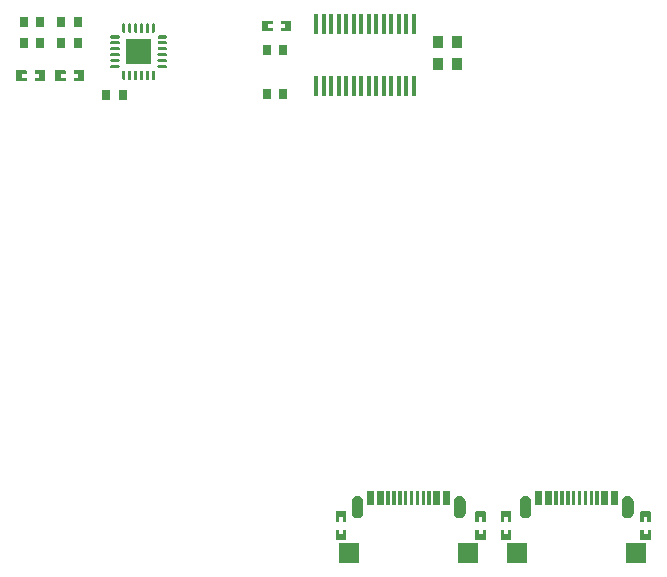
<source format=gtp>
G04 Layer: TopPasteMaskLayer*
G04 EasyEDA v6.5.51, 2025-12-13 04:46:10*
G04 afe304bc349a47aca8f85fda98863c0f,54a2198792e84a5b8b180a78bcbfafa7,10*
G04 Gerber Generator version 0.2*
G04 Scale: 100 percent, Rotated: No, Reflected: No *
G04 Dimensions in inches *
G04 leading zeros omitted , absolute positions ,3 integer and 6 decimal *
%FSLAX36Y36*%
%MOIN*%

%ADD10R,0.0315X0.0354*%
%ADD11R,0.0138X0.0689*%
%ADD12R,0.0354X0.0394*%
%ADD13R,0.0175X0.0394*%

%LPD*%
G36*
X2604360Y-148320D02*
G01*
X2604360Y-215240D01*
X2671300Y-215240D01*
X2671300Y-148320D01*
G37*
G36*
X2208700Y-148320D02*
G01*
X2208700Y-215240D01*
X2275640Y-215240D01*
X2275640Y-148320D01*
G37*
G36*
X2554180Y24420D02*
G01*
X2554180Y-20860D01*
X2577799Y-20860D01*
X2577799Y24420D01*
G37*
G36*
X2522680Y24420D02*
G01*
X2522680Y-20860D01*
X2546300Y-20860D01*
X2546300Y24420D01*
G37*
G36*
X2502980Y24420D02*
G01*
X2502980Y-20860D01*
X2514800Y-20860D01*
X2514800Y24420D01*
G37*
G36*
X2483300Y24420D02*
G01*
X2483300Y-20860D01*
X2495120Y-20860D01*
X2495120Y24420D01*
G37*
G36*
X2463620Y24420D02*
G01*
X2463620Y-20860D01*
X2475440Y-20860D01*
X2475440Y24420D01*
G37*
G36*
X2443940Y24420D02*
G01*
X2443940Y-20860D01*
X2455760Y-20860D01*
X2455760Y24420D01*
G37*
G36*
X2424260Y24420D02*
G01*
X2424260Y-20860D01*
X2436060Y-20860D01*
X2436060Y24420D01*
G37*
G36*
X2404580Y24420D02*
G01*
X2404580Y-20860D01*
X2416380Y-20860D01*
X2416380Y24420D01*
G37*
G36*
X2384880Y24420D02*
G01*
X2384880Y-20860D01*
X2396700Y-20860D01*
X2396700Y24420D01*
G37*
G36*
X2365200Y24420D02*
G01*
X2365200Y-20860D01*
X2377020Y-20860D01*
X2377020Y24420D01*
G37*
G36*
X2333700Y24420D02*
G01*
X2333700Y-20860D01*
X2357320Y-20860D01*
X2357320Y24420D01*
G37*
G36*
X2302200Y24420D02*
G01*
X2302200Y-20860D01*
X2325820Y-20860D01*
X2325820Y24420D01*
G37*
G36*
X2609780Y9140D02*
G01*
X2607820Y9000D01*
X2605899Y8660D01*
X2604000Y8139D01*
X2602180Y7420D01*
X2600440Y6520D01*
X2598780Y5460D01*
X2597260Y4220D01*
X2595840Y2859D01*
X2594580Y1360D01*
X2593480Y-260D01*
X2592540Y-1980D01*
X2591780Y-3800D01*
X2591200Y-5679D01*
X2590820Y-7600D01*
X2590620Y-9540D01*
X2590600Y-45960D01*
X2590680Y-47920D01*
X2590980Y-49860D01*
X2591460Y-51760D01*
X2592140Y-53600D01*
X2592980Y-55380D01*
X2594000Y-57060D01*
X2595200Y-58620D01*
X2596540Y-60060D01*
X2598000Y-61360D01*
X2599600Y-62500D01*
X2601300Y-63480D01*
X2603080Y-64280D01*
X2604940Y-64920D01*
X2606860Y-65340D01*
X2608800Y-65600D01*
X2610760Y-65640D01*
X2612720Y-65500D01*
X2614660Y-65160D01*
X2616540Y-64620D01*
X2618380Y-63900D01*
X2620120Y-63000D01*
X2621760Y-61940D01*
X2623300Y-60720D01*
X2624700Y-59360D01*
X2625960Y-57840D01*
X2627080Y-56220D01*
X2628020Y-54500D01*
X2628780Y-52699D01*
X2629360Y-50820D01*
X2629740Y-48900D01*
X2629940Y-46940D01*
X2629960Y-10520D01*
X2629860Y-8560D01*
X2629580Y-6620D01*
X2629080Y-4720D01*
X2628420Y-2880D01*
X2627559Y-1120D01*
X2626540Y560D01*
X2625360Y2120D01*
X2624020Y3560D01*
X2622540Y4860D01*
X2620960Y6000D01*
X2619260Y6979D01*
X2617460Y7800D01*
X2615600Y8420D01*
X2613700Y8860D01*
X2611740Y9100D01*
G37*
G36*
X2269240Y9140D02*
G01*
X2267280Y9000D01*
X2265340Y8660D01*
X2263460Y8139D01*
X2261620Y7420D01*
X2259880Y6520D01*
X2258240Y5460D01*
X2256700Y4220D01*
X2255300Y2859D01*
X2254040Y1360D01*
X2252920Y-260D01*
X2251980Y-1980D01*
X2251220Y-3800D01*
X2250640Y-5679D01*
X2250260Y-7600D01*
X2250060Y-9540D01*
X2250040Y-45960D01*
X2250140Y-47920D01*
X2250420Y-49860D01*
X2250920Y-51760D01*
X2251580Y-53600D01*
X2252440Y-55380D01*
X2253460Y-57060D01*
X2254640Y-58620D01*
X2255980Y-60060D01*
X2257460Y-61360D01*
X2259040Y-62500D01*
X2260740Y-63480D01*
X2262540Y-64280D01*
X2264400Y-64920D01*
X2266300Y-65340D01*
X2268260Y-65600D01*
X2270220Y-65640D01*
X2272180Y-65500D01*
X2274100Y-65160D01*
X2276000Y-64620D01*
X2277820Y-63900D01*
X2279560Y-63000D01*
X2281220Y-61940D01*
X2282740Y-60720D01*
X2284160Y-59360D01*
X2285420Y-57840D01*
X2286520Y-56220D01*
X2287460Y-54500D01*
X2288220Y-52699D01*
X2288800Y-50820D01*
X2289180Y-48900D01*
X2289380Y-46940D01*
X2289400Y-10520D01*
X2289320Y-8560D01*
X2289020Y-6620D01*
X2288540Y-4720D01*
X2287860Y-2880D01*
X2287020Y-1120D01*
X2286000Y560D01*
X2284800Y2120D01*
X2283460Y3560D01*
X2282000Y4860D01*
X2280400Y6000D01*
X2278700Y6979D01*
X2276920Y7800D01*
X2275060Y8420D01*
X2273140Y8860D01*
X2271200Y9100D01*
G37*
G36*
X3164360Y-148320D02*
G01*
X3164360Y-215240D01*
X3231300Y-215240D01*
X3231300Y-148320D01*
G37*
G36*
X2768700Y-148320D02*
G01*
X2768700Y-215240D01*
X2835640Y-215240D01*
X2835640Y-148320D01*
G37*
G36*
X3114180Y24420D02*
G01*
X3114180Y-20860D01*
X3137799Y-20860D01*
X3137799Y24420D01*
G37*
G36*
X3082679Y24420D02*
G01*
X3082679Y-20860D01*
X3106300Y-20860D01*
X3106300Y24420D01*
G37*
G36*
X3063000Y24420D02*
G01*
X3063000Y-20860D01*
X3074800Y-20860D01*
X3074800Y24420D01*
G37*
G36*
X3043300Y24420D02*
G01*
X3043300Y-20860D01*
X3055120Y-20860D01*
X3055120Y24420D01*
G37*
G36*
X3023620Y24420D02*
G01*
X3023620Y-20860D01*
X3035440Y-20860D01*
X3035440Y24420D01*
G37*
G36*
X3003940Y24420D02*
G01*
X3003940Y-20860D01*
X3015760Y-20860D01*
X3015760Y24420D01*
G37*
G36*
X2984260Y24420D02*
G01*
X2984260Y-20860D01*
X2996060Y-20860D01*
X2996060Y24420D01*
G37*
G36*
X2964580Y24420D02*
G01*
X2964580Y-20860D01*
X2976380Y-20860D01*
X2976380Y24420D01*
G37*
G36*
X2944880Y24420D02*
G01*
X2944880Y-20860D01*
X2956700Y-20860D01*
X2956700Y24420D01*
G37*
G36*
X2925200Y24420D02*
G01*
X2925200Y-20860D01*
X2937020Y-20860D01*
X2937020Y24420D01*
G37*
G36*
X2893700Y24420D02*
G01*
X2893700Y-20860D01*
X2917320Y-20860D01*
X2917320Y24420D01*
G37*
G36*
X2862200Y24420D02*
G01*
X2862200Y-20860D01*
X2885820Y-20860D01*
X2885820Y24420D01*
G37*
G36*
X3169780Y9140D02*
G01*
X3167820Y9000D01*
X3165899Y8660D01*
X3164000Y8139D01*
X3162180Y7420D01*
X3160440Y6520D01*
X3158780Y5460D01*
X3157260Y4220D01*
X3155840Y2859D01*
X3154580Y1360D01*
X3153480Y-260D01*
X3152540Y-1980D01*
X3151780Y-3800D01*
X3151200Y-5679D01*
X3150820Y-7600D01*
X3150620Y-9540D01*
X3150600Y-45960D01*
X3150680Y-47920D01*
X3150980Y-49860D01*
X3151460Y-51760D01*
X3152140Y-53600D01*
X3152980Y-55380D01*
X3154000Y-57060D01*
X3155200Y-58620D01*
X3156540Y-60060D01*
X3158000Y-61360D01*
X3159600Y-62500D01*
X3161300Y-63480D01*
X3163080Y-64280D01*
X3164940Y-64920D01*
X3166860Y-65340D01*
X3168800Y-65600D01*
X3170760Y-65640D01*
X3172720Y-65500D01*
X3174660Y-65160D01*
X3176540Y-64620D01*
X3178380Y-63900D01*
X3180120Y-63000D01*
X3181760Y-61940D01*
X3183300Y-60720D01*
X3184700Y-59360D01*
X3185960Y-57840D01*
X3187080Y-56220D01*
X3188020Y-54500D01*
X3188780Y-52699D01*
X3189360Y-50820D01*
X3189740Y-48900D01*
X3189940Y-46940D01*
X3189960Y-10520D01*
X3189860Y-8560D01*
X3189580Y-6620D01*
X3189080Y-4720D01*
X3188420Y-2880D01*
X3187559Y-1120D01*
X3186540Y560D01*
X3185360Y2120D01*
X3184020Y3560D01*
X3182540Y4860D01*
X3180960Y6000D01*
X3179260Y6979D01*
X3177460Y7800D01*
X3175600Y8420D01*
X3173700Y8860D01*
X3171740Y9100D01*
G37*
G36*
X2829240Y9140D02*
G01*
X2827280Y9000D01*
X2825340Y8660D01*
X2823460Y8139D01*
X2821620Y7420D01*
X2819880Y6520D01*
X2818240Y5460D01*
X2816700Y4220D01*
X2815299Y2859D01*
X2814040Y1360D01*
X2812919Y-260D01*
X2811980Y-1980D01*
X2811220Y-3800D01*
X2810640Y-5679D01*
X2810260Y-7600D01*
X2810059Y-9540D01*
X2810040Y-45960D01*
X2810140Y-47920D01*
X2810419Y-49860D01*
X2810920Y-51760D01*
X2811580Y-53600D01*
X2812440Y-55380D01*
X2813460Y-57060D01*
X2814640Y-58620D01*
X2815980Y-60060D01*
X2817460Y-61360D01*
X2819040Y-62500D01*
X2820740Y-63480D01*
X2822540Y-64280D01*
X2824400Y-64920D01*
X2826300Y-65340D01*
X2828260Y-65600D01*
X2830220Y-65640D01*
X2832180Y-65500D01*
X2834100Y-65160D01*
X2836000Y-64620D01*
X2837820Y-63900D01*
X2839560Y-63000D01*
X2841220Y-61940D01*
X2842740Y-60720D01*
X2844160Y-59360D01*
X2845419Y-57840D01*
X2846520Y-56220D01*
X2847460Y-54500D01*
X2848220Y-52699D01*
X2848800Y-50820D01*
X2849180Y-48900D01*
X2849380Y-46940D01*
X2849400Y-10520D01*
X2849320Y-8560D01*
X2849020Y-6620D01*
X2848540Y-4720D01*
X2847860Y-2880D01*
X2847020Y-1120D01*
X2846000Y560D01*
X2844800Y2120D01*
X2843460Y3560D01*
X2842000Y4860D01*
X2840400Y6000D01*
X2838700Y6979D01*
X2836920Y7800D01*
X2835059Y8420D01*
X2833140Y8860D01*
X2831200Y9100D01*
G37*
G36*
X2664260Y-40980D02*
G01*
X2662280Y-42960D01*
X2662280Y-74440D01*
X2664260Y-76420D01*
X2673220Y-76420D01*
X2673220Y-61840D01*
X2686220Y-61840D01*
X2686220Y-76420D01*
X2695740Y-76420D01*
X2697720Y-74440D01*
X2697720Y-42960D01*
X2695740Y-40980D01*
G37*
G36*
X2664260Y-103580D02*
G01*
X2662280Y-105559D01*
X2662280Y-137040D01*
X2664260Y-139020D01*
X2695740Y-139020D01*
X2697720Y-137040D01*
X2697720Y-105559D01*
X2695740Y-103580D01*
X2686780Y-103580D01*
X2686780Y-118160D01*
X2673780Y-118160D01*
X2673780Y-103580D01*
G37*
G36*
X2199260Y-40980D02*
G01*
X2197280Y-42960D01*
X2197280Y-74440D01*
X2199260Y-76420D01*
X2208220Y-76420D01*
X2208220Y-61840D01*
X2221220Y-61840D01*
X2221220Y-76420D01*
X2230740Y-76420D01*
X2232720Y-74440D01*
X2232720Y-42960D01*
X2230740Y-40980D01*
G37*
G36*
X2199260Y-103580D02*
G01*
X2197280Y-105559D01*
X2197280Y-137040D01*
X2199260Y-139020D01*
X2230740Y-139020D01*
X2232720Y-137040D01*
X2232720Y-105559D01*
X2230740Y-103580D01*
X2221780Y-103580D01*
X2221780Y-118160D01*
X2208780Y-118160D01*
X2208780Y-103580D01*
G37*
G36*
X2015560Y1592720D02*
G01*
X2013580Y1590740D01*
X2013580Y1581780D01*
X2028140Y1581780D01*
X2028140Y1568779D01*
X2013580Y1568779D01*
X2013580Y1559259D01*
X2015560Y1557280D01*
X2047040Y1557280D01*
X2049019Y1559259D01*
X2049019Y1590740D01*
X2047040Y1592720D01*
G37*
G36*
X1952960Y1592720D02*
G01*
X1950980Y1590740D01*
X1950980Y1559259D01*
X1952960Y1557280D01*
X1984440Y1557280D01*
X1986420Y1559259D01*
X1986420Y1568220D01*
X1971860Y1568220D01*
X1971860Y1581220D01*
X1986420Y1581220D01*
X1986420Y1590740D01*
X1984440Y1592720D01*
G37*
G36*
X1195560Y1427720D02*
G01*
X1193580Y1425740D01*
X1193580Y1416780D01*
X1208140Y1416780D01*
X1208140Y1403779D01*
X1193580Y1403779D01*
X1193580Y1394259D01*
X1195560Y1392280D01*
X1227040Y1392280D01*
X1229020Y1394259D01*
X1229020Y1425740D01*
X1227040Y1427720D01*
G37*
G36*
X1132960Y1427720D02*
G01*
X1130980Y1425740D01*
X1130980Y1394259D01*
X1132960Y1392280D01*
X1164440Y1392280D01*
X1166420Y1394259D01*
X1166420Y1403220D01*
X1151860Y1403220D01*
X1151860Y1416220D01*
X1166420Y1416220D01*
X1166420Y1425740D01*
X1164440Y1427720D01*
G37*
G36*
X1262960Y1427720D02*
G01*
X1260980Y1425740D01*
X1260980Y1394259D01*
X1262960Y1392280D01*
X1294440Y1392280D01*
X1296420Y1394259D01*
X1296420Y1403220D01*
X1281860Y1403220D01*
X1281860Y1416220D01*
X1296420Y1416220D01*
X1296420Y1425740D01*
X1294440Y1427720D01*
G37*
G36*
X1325560Y1427720D02*
G01*
X1323580Y1425740D01*
X1323580Y1416780D01*
X1338140Y1416780D01*
X1338140Y1403779D01*
X1323580Y1403779D01*
X1323580Y1394259D01*
X1325560Y1392280D01*
X1357040Y1392280D01*
X1359019Y1394259D01*
X1359019Y1425740D01*
X1357040Y1427720D01*
G37*
G36*
X1496980Y1532520D02*
G01*
X1496980Y1447480D01*
X1582020Y1447480D01*
X1582020Y1532520D01*
G37*
G36*
X1608500Y1544720D02*
G01*
X1607600Y1544640D01*
X1606699Y1544420D01*
X1605360Y1543740D01*
X1604440Y1542940D01*
X1603580Y1541699D01*
X1603240Y1540860D01*
X1603000Y1539660D01*
X1603040Y1538440D01*
X1603340Y1537280D01*
X1603720Y1536440D01*
X1604440Y1535480D01*
X1605360Y1534680D01*
X1606140Y1534220D01*
X1607300Y1533820D01*
X1607900Y1533720D01*
X1629280Y1533700D01*
X1630480Y1533899D01*
X1631860Y1534500D01*
X1632600Y1535040D01*
X1633580Y1536200D01*
X1634240Y1537560D01*
X1634460Y1538760D01*
X1634480Y1539360D01*
X1634319Y1540560D01*
X1633880Y1541699D01*
X1633020Y1542940D01*
X1632120Y1543740D01*
X1630760Y1544420D01*
X1629580Y1544680D01*
G37*
G36*
X1608200Y1485660D02*
G01*
X1607000Y1485460D01*
X1605620Y1484860D01*
X1604880Y1484319D01*
X1604240Y1483660D01*
X1603720Y1482920D01*
X1603160Y1481500D01*
X1603000Y1480620D01*
X1602980Y1480000D01*
X1603080Y1479100D01*
X1603580Y1477660D01*
X1604440Y1476420D01*
X1605360Y1475620D01*
X1606140Y1475160D01*
X1607600Y1474720D01*
X1608500Y1474640D01*
X1629580Y1474680D01*
X1630760Y1474940D01*
X1631320Y1475160D01*
X1632120Y1475620D01*
X1633020Y1476420D01*
X1633880Y1477660D01*
X1634319Y1478800D01*
X1634480Y1480000D01*
X1634379Y1481220D01*
X1634019Y1482360D01*
X1633580Y1483180D01*
X1632600Y1484319D01*
X1631860Y1484860D01*
X1630480Y1485460D01*
X1629280Y1485660D01*
G37*
G36*
X1608500Y1525040D02*
G01*
X1607600Y1524960D01*
X1606140Y1524520D01*
X1604880Y1523680D01*
X1604440Y1523260D01*
X1603580Y1522020D01*
X1603240Y1521180D01*
X1603000Y1519980D01*
X1603040Y1518760D01*
X1603340Y1517600D01*
X1603720Y1516759D01*
X1604240Y1516020D01*
X1604880Y1515360D01*
X1605620Y1514820D01*
X1607000Y1514220D01*
X1608200Y1514019D01*
X1629580Y1514040D01*
X1630180Y1514139D01*
X1631600Y1514680D01*
X1632120Y1515000D01*
X1632820Y1515580D01*
X1633420Y1516260D01*
X1634139Y1517600D01*
X1634440Y1518760D01*
X1634440Y1520280D01*
X1634240Y1521180D01*
X1633740Y1522280D01*
X1633420Y1522780D01*
X1632820Y1523480D01*
X1631600Y1524379D01*
X1630480Y1524820D01*
X1629880Y1524960D01*
X1628980Y1525040D01*
G37*
G36*
X1608500Y1465980D02*
G01*
X1607600Y1465900D01*
X1606140Y1465460D01*
X1604880Y1464620D01*
X1604440Y1464199D01*
X1603580Y1462960D01*
X1603080Y1461519D01*
X1602980Y1460620D01*
X1603080Y1459400D01*
X1603580Y1457980D01*
X1603880Y1457440D01*
X1604440Y1456740D01*
X1605360Y1455940D01*
X1606140Y1455480D01*
X1607300Y1455080D01*
X1607900Y1454980D01*
X1629280Y1454960D01*
X1630480Y1455160D01*
X1631860Y1455760D01*
X1632600Y1456300D01*
X1633580Y1457440D01*
X1634240Y1458820D01*
X1634460Y1460020D01*
X1634480Y1460620D01*
X1634319Y1461819D01*
X1633880Y1462960D01*
X1633020Y1464199D01*
X1632120Y1465000D01*
X1631320Y1465460D01*
X1630180Y1465840D01*
X1629580Y1465940D01*
G37*
G36*
X1608200Y1505340D02*
G01*
X1607000Y1505140D01*
X1605620Y1504540D01*
X1604880Y1504000D01*
X1604240Y1503340D01*
X1603580Y1502320D01*
X1603080Y1500900D01*
X1602980Y1499980D01*
X1603000Y1499379D01*
X1603240Y1498180D01*
X1603580Y1497340D01*
X1604440Y1496100D01*
X1605360Y1495300D01*
X1606699Y1494620D01*
X1607600Y1494400D01*
X1608500Y1494319D01*
X1629580Y1494360D01*
X1630760Y1494620D01*
X1632120Y1495300D01*
X1633020Y1496100D01*
X1633880Y1497340D01*
X1634319Y1498480D01*
X1634480Y1499680D01*
X1634379Y1500900D01*
X1634019Y1502040D01*
X1633220Y1503340D01*
X1632600Y1504000D01*
X1631860Y1504540D01*
X1630480Y1505140D01*
X1629280Y1505340D01*
G37*
G36*
X1608500Y1446300D02*
G01*
X1607600Y1446220D01*
X1606140Y1445780D01*
X1604880Y1444940D01*
X1604440Y1444520D01*
X1603580Y1443280D01*
X1603080Y1441840D01*
X1602980Y1440940D01*
X1603000Y1440320D01*
X1603340Y1438860D01*
X1603720Y1438020D01*
X1604440Y1437060D01*
X1605360Y1436260D01*
X1606140Y1435800D01*
X1607300Y1435400D01*
X1607900Y1435300D01*
X1629280Y1435280D01*
X1630480Y1435480D01*
X1631860Y1436080D01*
X1632600Y1436620D01*
X1633580Y1437780D01*
X1634240Y1439139D01*
X1634460Y1440320D01*
X1634480Y1440940D01*
X1634319Y1442140D01*
X1633880Y1443280D01*
X1633020Y1444520D01*
X1632120Y1445320D01*
X1631320Y1445780D01*
X1630180Y1446160D01*
X1629580Y1446260D01*
G37*
G36*
X1589060Y1584480D02*
G01*
X1587860Y1584319D01*
X1587280Y1584139D01*
X1585940Y1583420D01*
X1585260Y1582820D01*
X1584680Y1582120D01*
X1584100Y1581040D01*
X1583820Y1580180D01*
X1583720Y1579580D01*
X1583700Y1558200D01*
X1583899Y1557000D01*
X1584500Y1555620D01*
X1585040Y1554880D01*
X1585700Y1554240D01*
X1586440Y1553720D01*
X1587860Y1553160D01*
X1589060Y1552980D01*
X1589660Y1553000D01*
X1590860Y1553240D01*
X1591699Y1553580D01*
X1592940Y1554440D01*
X1593740Y1555360D01*
X1594420Y1556699D01*
X1594640Y1557600D01*
X1594720Y1558500D01*
X1594680Y1579580D01*
X1594420Y1580760D01*
X1593740Y1582120D01*
X1592940Y1583020D01*
X1591699Y1583880D01*
X1590560Y1584319D01*
G37*
G36*
X1588740Y1427000D02*
G01*
X1587540Y1426840D01*
X1586399Y1426399D01*
X1585160Y1425540D01*
X1584360Y1424640D01*
X1583899Y1423839D01*
X1583520Y1422700D01*
X1583420Y1422100D01*
X1583380Y1401020D01*
X1583460Y1400120D01*
X1583899Y1398660D01*
X1584740Y1397400D01*
X1585160Y1396960D01*
X1586399Y1396100D01*
X1587840Y1395600D01*
X1588740Y1395500D01*
X1589360Y1395520D01*
X1590820Y1395860D01*
X1591660Y1396240D01*
X1592620Y1396960D01*
X1593420Y1397880D01*
X1593880Y1398660D01*
X1594280Y1399820D01*
X1594379Y1400420D01*
X1594400Y1421800D01*
X1594199Y1423000D01*
X1593600Y1424379D01*
X1593060Y1425120D01*
X1591900Y1426100D01*
X1590540Y1426759D01*
X1589360Y1426980D01*
G37*
G36*
X1569379Y1427000D02*
G01*
X1568180Y1426840D01*
X1567600Y1426660D01*
X1566260Y1425940D01*
X1565580Y1425340D01*
X1565000Y1424640D01*
X1564420Y1423560D01*
X1564139Y1422700D01*
X1564040Y1422100D01*
X1564019Y1400720D01*
X1564220Y1399520D01*
X1564820Y1398140D01*
X1565360Y1397400D01*
X1566020Y1396759D01*
X1566759Y1396240D01*
X1568180Y1395680D01*
X1569379Y1395500D01*
X1569980Y1395520D01*
X1571180Y1395760D01*
X1572020Y1396100D01*
X1573260Y1396960D01*
X1574060Y1397880D01*
X1574520Y1398660D01*
X1574960Y1400120D01*
X1575040Y1401020D01*
X1575000Y1422100D01*
X1574740Y1423280D01*
X1574520Y1423839D01*
X1574060Y1424640D01*
X1573260Y1425540D01*
X1572020Y1426399D01*
X1570880Y1426840D01*
G37*
G36*
X1569379Y1584480D02*
G01*
X1568180Y1584319D01*
X1567600Y1584139D01*
X1566260Y1583420D01*
X1565580Y1582820D01*
X1565000Y1582120D01*
X1564420Y1581040D01*
X1564139Y1580180D01*
X1564040Y1579580D01*
X1564019Y1558200D01*
X1564220Y1557000D01*
X1564820Y1555620D01*
X1565360Y1554880D01*
X1566020Y1554240D01*
X1566759Y1553720D01*
X1568180Y1553160D01*
X1569379Y1552980D01*
X1569980Y1553000D01*
X1571180Y1553240D01*
X1572020Y1553580D01*
X1573260Y1554440D01*
X1574060Y1555360D01*
X1574520Y1556140D01*
X1574960Y1557600D01*
X1575040Y1558500D01*
X1575000Y1579580D01*
X1574740Y1580760D01*
X1574520Y1581320D01*
X1574060Y1582120D01*
X1573260Y1583020D01*
X1572020Y1583880D01*
X1570880Y1584319D01*
G37*
G36*
X1549680Y1427000D02*
G01*
X1548480Y1426840D01*
X1547340Y1426399D01*
X1546100Y1425540D01*
X1545300Y1424640D01*
X1544840Y1423839D01*
X1544460Y1422700D01*
X1544360Y1422100D01*
X1544319Y1401020D01*
X1544400Y1400120D01*
X1544840Y1398660D01*
X1545680Y1397400D01*
X1546100Y1396960D01*
X1547340Y1396100D01*
X1548779Y1395600D01*
X1549680Y1395500D01*
X1550300Y1395520D01*
X1551759Y1395860D01*
X1552600Y1396240D01*
X1553560Y1396960D01*
X1554360Y1397880D01*
X1554820Y1398660D01*
X1555220Y1399820D01*
X1555320Y1400420D01*
X1555340Y1421800D01*
X1555140Y1423000D01*
X1554540Y1424379D01*
X1554000Y1425120D01*
X1552840Y1426100D01*
X1551480Y1426759D01*
X1550300Y1426980D01*
G37*
G36*
X1549680Y1584480D02*
G01*
X1548480Y1584319D01*
X1547340Y1583880D01*
X1546100Y1583020D01*
X1545300Y1582120D01*
X1544840Y1581320D01*
X1544460Y1580180D01*
X1544360Y1579580D01*
X1544319Y1558500D01*
X1544400Y1557600D01*
X1544840Y1556140D01*
X1545680Y1554880D01*
X1546100Y1554440D01*
X1547340Y1553580D01*
X1548779Y1553080D01*
X1549680Y1552980D01*
X1550300Y1553000D01*
X1551759Y1553340D01*
X1552600Y1553720D01*
X1553560Y1554440D01*
X1554360Y1555360D01*
X1554820Y1556140D01*
X1555220Y1557300D01*
X1555320Y1557900D01*
X1555340Y1579280D01*
X1555140Y1580480D01*
X1554540Y1581860D01*
X1554000Y1582600D01*
X1552840Y1583580D01*
X1551480Y1584240D01*
X1550300Y1584460D01*
G37*
G36*
X1530000Y1427000D02*
G01*
X1528800Y1426840D01*
X1527660Y1426399D01*
X1526420Y1425540D01*
X1525620Y1424640D01*
X1525160Y1423839D01*
X1524780Y1422700D01*
X1524680Y1422100D01*
X1524640Y1401020D01*
X1524720Y1400120D01*
X1525160Y1398660D01*
X1526000Y1397400D01*
X1526420Y1396960D01*
X1527660Y1396100D01*
X1528500Y1395760D01*
X1529700Y1395520D01*
X1530920Y1395560D01*
X1532080Y1395860D01*
X1532920Y1396240D01*
X1533660Y1396759D01*
X1534319Y1397400D01*
X1534860Y1398140D01*
X1535460Y1399520D01*
X1535660Y1400720D01*
X1535640Y1422100D01*
X1535540Y1422700D01*
X1535000Y1424120D01*
X1534680Y1424640D01*
X1534100Y1425340D01*
X1533420Y1425940D01*
X1532080Y1426660D01*
X1530920Y1426960D01*
G37*
G36*
X1530000Y1584480D02*
G01*
X1528800Y1584319D01*
X1527660Y1583880D01*
X1526420Y1583020D01*
X1525620Y1582120D01*
X1525160Y1581320D01*
X1524780Y1580180D01*
X1524680Y1579580D01*
X1524640Y1558500D01*
X1524720Y1557600D01*
X1525160Y1556140D01*
X1526000Y1554880D01*
X1526420Y1554440D01*
X1527660Y1553580D01*
X1528500Y1553240D01*
X1529700Y1553000D01*
X1530920Y1553040D01*
X1532080Y1553340D01*
X1532920Y1553720D01*
X1533660Y1554240D01*
X1534319Y1554880D01*
X1534860Y1555620D01*
X1535460Y1557000D01*
X1535660Y1558200D01*
X1535640Y1579580D01*
X1535540Y1580180D01*
X1535000Y1581600D01*
X1534680Y1582120D01*
X1534100Y1582820D01*
X1533420Y1583420D01*
X1532080Y1584139D01*
X1530920Y1584440D01*
G37*
G36*
X1510320Y1427000D02*
G01*
X1509120Y1426840D01*
X1508540Y1426660D01*
X1507200Y1425940D01*
X1506519Y1425340D01*
X1505940Y1424640D01*
X1505360Y1423560D01*
X1505080Y1422700D01*
X1504980Y1422100D01*
X1504960Y1400720D01*
X1505160Y1399520D01*
X1505760Y1398140D01*
X1506300Y1397400D01*
X1506960Y1396759D01*
X1507700Y1396240D01*
X1509120Y1395680D01*
X1510320Y1395500D01*
X1510920Y1395520D01*
X1512120Y1395760D01*
X1512960Y1396100D01*
X1514199Y1396960D01*
X1515000Y1397880D01*
X1515460Y1398660D01*
X1515900Y1400120D01*
X1515980Y1401020D01*
X1515940Y1422100D01*
X1515680Y1423280D01*
X1515460Y1423839D01*
X1515000Y1424640D01*
X1514199Y1425540D01*
X1512960Y1426399D01*
X1511819Y1426840D01*
G37*
G36*
X1510320Y1584480D02*
G01*
X1509120Y1584319D01*
X1508540Y1584139D01*
X1507200Y1583420D01*
X1506519Y1582820D01*
X1505940Y1582120D01*
X1505360Y1581040D01*
X1505080Y1580180D01*
X1504980Y1579580D01*
X1504960Y1558200D01*
X1505160Y1557000D01*
X1505760Y1555620D01*
X1506300Y1554880D01*
X1506960Y1554240D01*
X1507700Y1553720D01*
X1509120Y1553160D01*
X1510320Y1552980D01*
X1510920Y1553000D01*
X1512120Y1553240D01*
X1512960Y1553580D01*
X1514199Y1554440D01*
X1515000Y1555360D01*
X1515460Y1556140D01*
X1515900Y1557600D01*
X1515980Y1558500D01*
X1515940Y1579580D01*
X1515680Y1580760D01*
X1515460Y1581320D01*
X1515000Y1582120D01*
X1514199Y1583020D01*
X1512960Y1583880D01*
X1511819Y1584319D01*
G37*
G36*
X1490640Y1427000D02*
G01*
X1489440Y1426840D01*
X1488860Y1426660D01*
X1487520Y1425940D01*
X1486840Y1425340D01*
X1486260Y1424640D01*
X1485680Y1423560D01*
X1485400Y1422700D01*
X1485300Y1422100D01*
X1485280Y1400720D01*
X1485480Y1399520D01*
X1486080Y1398140D01*
X1486620Y1397400D01*
X1487280Y1396759D01*
X1488300Y1396100D01*
X1489720Y1395600D01*
X1490940Y1395500D01*
X1491840Y1395600D01*
X1492720Y1395860D01*
X1493540Y1396240D01*
X1494740Y1397180D01*
X1495640Y1398400D01*
X1495900Y1398940D01*
X1496260Y1400420D01*
X1496300Y1421500D01*
X1496220Y1422400D01*
X1495900Y1423560D01*
X1495640Y1424120D01*
X1494740Y1425340D01*
X1494040Y1425940D01*
X1493000Y1426540D01*
X1492440Y1426759D01*
X1491540Y1426960D01*
G37*
G36*
X1490640Y1584480D02*
G01*
X1489440Y1584319D01*
X1488860Y1584139D01*
X1487520Y1583420D01*
X1486840Y1582820D01*
X1486260Y1582120D01*
X1485680Y1581040D01*
X1485400Y1580180D01*
X1485300Y1579580D01*
X1485280Y1558200D01*
X1485480Y1557000D01*
X1486080Y1555620D01*
X1486620Y1554880D01*
X1487280Y1554240D01*
X1488300Y1553580D01*
X1489720Y1553080D01*
X1490940Y1552980D01*
X1491840Y1553080D01*
X1492720Y1553340D01*
X1493540Y1553720D01*
X1494740Y1554660D01*
X1495640Y1555880D01*
X1495900Y1556420D01*
X1496260Y1557900D01*
X1496300Y1578980D01*
X1496220Y1579880D01*
X1495900Y1581040D01*
X1495640Y1581600D01*
X1494740Y1582820D01*
X1494040Y1583420D01*
X1493000Y1584019D01*
X1492440Y1584240D01*
X1491540Y1584440D01*
G37*
G36*
X1451020Y1446300D02*
G01*
X1450120Y1446220D01*
X1448660Y1445780D01*
X1447400Y1444940D01*
X1446960Y1444520D01*
X1446100Y1443280D01*
X1445600Y1441840D01*
X1445500Y1440940D01*
X1445520Y1440320D01*
X1445860Y1438860D01*
X1446240Y1438020D01*
X1446960Y1437060D01*
X1447880Y1436260D01*
X1448660Y1435800D01*
X1449820Y1435400D01*
X1450420Y1435300D01*
X1471800Y1435280D01*
X1473000Y1435480D01*
X1474379Y1436080D01*
X1475120Y1436620D01*
X1476100Y1437780D01*
X1476759Y1439139D01*
X1476980Y1440320D01*
X1477000Y1440940D01*
X1476840Y1442140D01*
X1476399Y1443280D01*
X1475540Y1444520D01*
X1474640Y1445320D01*
X1473839Y1445780D01*
X1472700Y1446160D01*
X1472100Y1446260D01*
G37*
G36*
X1450720Y1505340D02*
G01*
X1449520Y1505140D01*
X1448140Y1504540D01*
X1447400Y1504000D01*
X1446759Y1503340D01*
X1446100Y1502320D01*
X1445600Y1500900D01*
X1445500Y1499980D01*
X1445520Y1499379D01*
X1445760Y1498180D01*
X1446100Y1497340D01*
X1446960Y1496100D01*
X1447880Y1495300D01*
X1449220Y1494620D01*
X1450120Y1494400D01*
X1451020Y1494319D01*
X1472100Y1494360D01*
X1473280Y1494620D01*
X1474640Y1495300D01*
X1475540Y1496100D01*
X1476399Y1497340D01*
X1476840Y1498480D01*
X1477000Y1499680D01*
X1476900Y1500900D01*
X1476540Y1502040D01*
X1475740Y1503340D01*
X1475120Y1504000D01*
X1474379Y1504540D01*
X1473000Y1505140D01*
X1471800Y1505340D01*
G37*
G36*
X1451020Y1465980D02*
G01*
X1450120Y1465900D01*
X1448660Y1465460D01*
X1447400Y1464620D01*
X1446960Y1464199D01*
X1446100Y1462960D01*
X1445600Y1461519D01*
X1445500Y1460620D01*
X1445600Y1459400D01*
X1446100Y1457980D01*
X1446399Y1457440D01*
X1446960Y1456740D01*
X1447880Y1455940D01*
X1448660Y1455480D01*
X1449820Y1455080D01*
X1450420Y1454980D01*
X1471800Y1454960D01*
X1473000Y1455160D01*
X1474379Y1455760D01*
X1475120Y1456300D01*
X1476100Y1457440D01*
X1476759Y1458820D01*
X1476980Y1460020D01*
X1477000Y1460620D01*
X1476840Y1461819D01*
X1476399Y1462960D01*
X1475540Y1464199D01*
X1474640Y1465000D01*
X1473839Y1465460D01*
X1472700Y1465840D01*
X1472100Y1465940D01*
G37*
G36*
X1451020Y1525040D02*
G01*
X1450120Y1524960D01*
X1448660Y1524520D01*
X1447400Y1523680D01*
X1446960Y1523260D01*
X1446100Y1522020D01*
X1445760Y1521180D01*
X1445520Y1519980D01*
X1445560Y1518760D01*
X1445860Y1517600D01*
X1446240Y1516759D01*
X1446759Y1516020D01*
X1447400Y1515360D01*
X1448140Y1514820D01*
X1449520Y1514220D01*
X1450720Y1514019D01*
X1472100Y1514040D01*
X1472700Y1514139D01*
X1474120Y1514680D01*
X1474640Y1515000D01*
X1475340Y1515580D01*
X1475940Y1516260D01*
X1476660Y1517600D01*
X1476960Y1518760D01*
X1476960Y1520280D01*
X1476759Y1521180D01*
X1476260Y1522280D01*
X1475940Y1522780D01*
X1475340Y1523480D01*
X1474120Y1524379D01*
X1473000Y1524820D01*
X1472400Y1524960D01*
X1471500Y1525040D01*
G37*
G36*
X1450720Y1485660D02*
G01*
X1449520Y1485460D01*
X1448140Y1484860D01*
X1447400Y1484319D01*
X1446759Y1483660D01*
X1446240Y1482920D01*
X1445680Y1481500D01*
X1445520Y1480620D01*
X1445500Y1480000D01*
X1445600Y1479100D01*
X1446100Y1477660D01*
X1446960Y1476420D01*
X1447880Y1475620D01*
X1448660Y1475160D01*
X1450120Y1474720D01*
X1451020Y1474640D01*
X1472100Y1474680D01*
X1473280Y1474940D01*
X1473839Y1475160D01*
X1474640Y1475620D01*
X1475540Y1476420D01*
X1476399Y1477660D01*
X1476840Y1478800D01*
X1477000Y1480000D01*
X1476900Y1481220D01*
X1476540Y1482360D01*
X1476100Y1483180D01*
X1475120Y1484319D01*
X1474379Y1484860D01*
X1473000Y1485460D01*
X1471800Y1485660D01*
G37*
G36*
X1451020Y1544720D02*
G01*
X1450120Y1544640D01*
X1449220Y1544420D01*
X1447880Y1543740D01*
X1446960Y1542940D01*
X1446100Y1541699D01*
X1445760Y1540860D01*
X1445520Y1539660D01*
X1445560Y1538440D01*
X1445860Y1537280D01*
X1446240Y1536440D01*
X1446960Y1535480D01*
X1447880Y1534680D01*
X1448660Y1534220D01*
X1449820Y1533820D01*
X1450420Y1533720D01*
X1471800Y1533700D01*
X1473000Y1533899D01*
X1474379Y1534500D01*
X1475120Y1535040D01*
X1476100Y1536200D01*
X1476759Y1537560D01*
X1476980Y1538760D01*
X1477000Y1539360D01*
X1476840Y1540560D01*
X1476399Y1541699D01*
X1475540Y1542940D01*
X1474640Y1543740D01*
X1473280Y1544420D01*
X1472100Y1544680D01*
G37*
G36*
X3214260Y-40980D02*
G01*
X3212280Y-42960D01*
X3212280Y-74440D01*
X3214260Y-76420D01*
X3223220Y-76420D01*
X3223220Y-61840D01*
X3236220Y-61840D01*
X3236220Y-76420D01*
X3245740Y-76420D01*
X3247720Y-74440D01*
X3247720Y-42960D01*
X3245740Y-40980D01*
G37*
G36*
X3214260Y-103580D02*
G01*
X3212280Y-105559D01*
X3212280Y-137040D01*
X3214260Y-139020D01*
X3245740Y-139020D01*
X3247720Y-137040D01*
X3247720Y-105559D01*
X3245740Y-103580D01*
X3236780Y-103580D01*
X3236780Y-118160D01*
X3223780Y-118160D01*
X3223780Y-103580D01*
G37*
G36*
X2749260Y-40980D02*
G01*
X2747280Y-42960D01*
X2747280Y-74440D01*
X2749260Y-76420D01*
X2758220Y-76420D01*
X2758220Y-61840D01*
X2771220Y-61840D01*
X2771220Y-76420D01*
X2780740Y-76420D01*
X2782720Y-74440D01*
X2782720Y-42960D01*
X2780740Y-40980D01*
G37*
G36*
X2749260Y-103580D02*
G01*
X2747280Y-105559D01*
X2747280Y-137040D01*
X2749260Y-139020D01*
X2780740Y-139020D01*
X2782720Y-137040D01*
X2782720Y-105559D01*
X2780740Y-103580D01*
X2771780Y-103580D01*
X2771780Y-118160D01*
X2758780Y-118160D01*
X2758780Y-103580D01*
G37*
D10*
G01*
X2022560Y1350000D03*
G01*
X1967439Y1350000D03*
G01*
X2022560Y1495000D03*
G01*
X1967439Y1495000D03*
D11*
G01*
X2457500Y1376630D03*
G01*
X2432500Y1376630D03*
G01*
X2407500Y1376630D03*
G01*
X2382500Y1376630D03*
G01*
X2357500Y1376630D03*
G01*
X2332500Y1376630D03*
G01*
X2307500Y1376630D03*
G01*
X2282500Y1376630D03*
G01*
X2257500Y1376630D03*
G01*
X2232500Y1376630D03*
G01*
X2207500Y1376630D03*
G01*
X2182500Y1376630D03*
G01*
X2157500Y1376630D03*
G01*
X2132500Y1376630D03*
G01*
X2132500Y1583370D03*
G01*
X2157500Y1583370D03*
G01*
X2182500Y1583370D03*
G01*
X2207500Y1583370D03*
G01*
X2232500Y1583370D03*
G01*
X2257500Y1583370D03*
G01*
X2282500Y1583370D03*
G01*
X2307500Y1583370D03*
G01*
X2332500Y1583370D03*
G01*
X2357500Y1583370D03*
G01*
X2382500Y1583370D03*
G01*
X2407500Y1583370D03*
G01*
X2432500Y1583370D03*
G01*
X2457500Y1583370D03*
D12*
G01*
X2539489Y1448589D03*
G01*
X2539489Y1521419D03*
G01*
X2600519Y1521419D03*
G01*
X2600519Y1448589D03*
D10*
G01*
X1157439Y1520000D03*
G01*
X1212560Y1520000D03*
G01*
X1337560Y1590000D03*
G01*
X1282439Y1590000D03*
G01*
X1487560Y1345000D03*
G01*
X1432439Y1345000D03*
G01*
X1157439Y1590000D03*
G01*
X1212560Y1590000D03*
G01*
X1337560Y1520000D03*
G01*
X1282439Y1520000D03*
M02*

</source>
